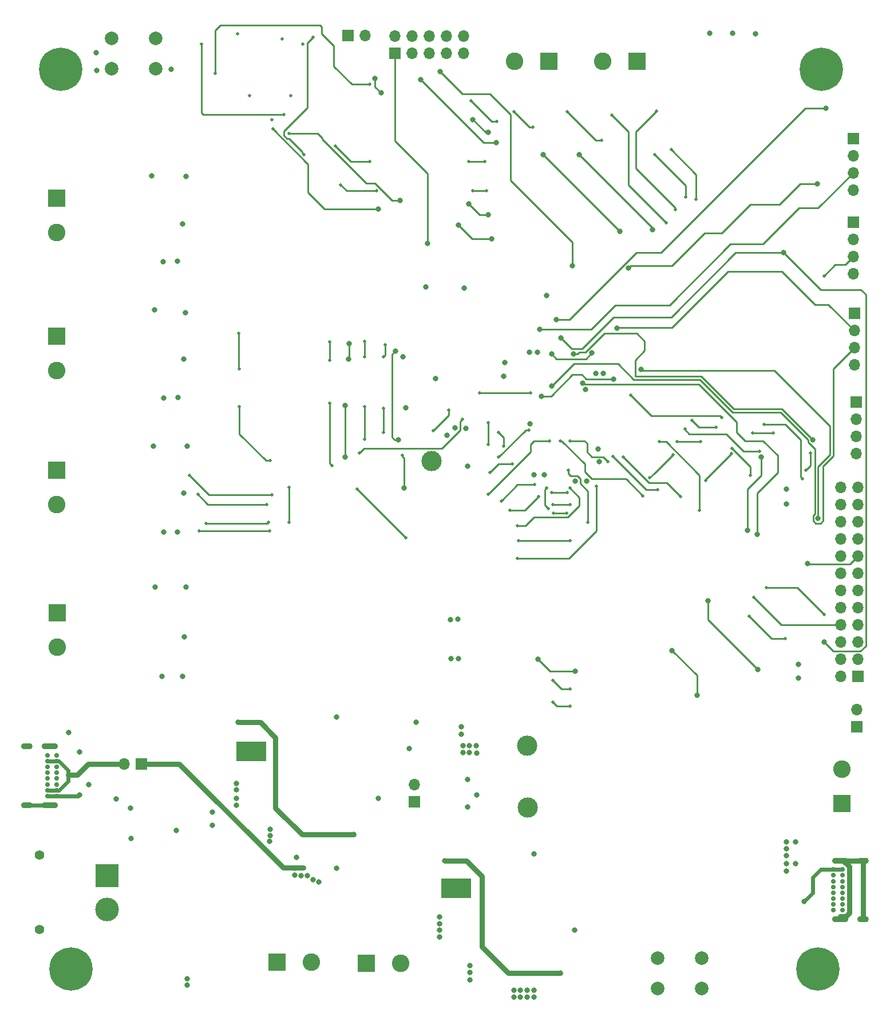
<source format=gbl>
%TF.GenerationSoftware,KiCad,Pcbnew,(5.1.10)-1*%
%TF.CreationDate,2021-09-21T14:48:15-05:00*%
%TF.ProjectId,SkidSteer_PCB,536b6964-5374-4656-9572-5f5043422e6b,rev?*%
%TF.SameCoordinates,Original*%
%TF.FileFunction,Copper,L4,Bot*%
%TF.FilePolarity,Positive*%
%FSLAX46Y46*%
G04 Gerber Fmt 4.6, Leading zero omitted, Abs format (unit mm)*
G04 Created by KiCad (PCBNEW (5.1.10)-1) date 2021-09-21 14:48:15*
%MOMM*%
%LPD*%
G01*
G04 APERTURE LIST*
%TA.AperFunction,ComponentPad*%
%ADD10C,0.600000*%
%TD*%
%TA.AperFunction,SMDPad,CuDef*%
%ADD11R,4.500000X2.950000*%
%TD*%
%TA.AperFunction,ComponentPad*%
%ADD12R,1.700000X1.700000*%
%TD*%
%TA.AperFunction,ComponentPad*%
%ADD13O,1.700000X1.700000*%
%TD*%
%TA.AperFunction,ComponentPad*%
%ADD14C,3.000000*%
%TD*%
%TA.AperFunction,ComponentPad*%
%ADD15C,3.500000*%
%TD*%
%TA.AperFunction,ComponentPad*%
%ADD16R,3.500000X3.500000*%
%TD*%
%TA.AperFunction,ComponentPad*%
%ADD17C,1.400000*%
%TD*%
%TA.AperFunction,ComponentPad*%
%ADD18R,2.600000X2.600000*%
%TD*%
%TA.AperFunction,ComponentPad*%
%ADD19C,2.600000*%
%TD*%
%TA.AperFunction,ComponentPad*%
%ADD20C,6.400000*%
%TD*%
%TA.AperFunction,ComponentPad*%
%ADD21C,0.800000*%
%TD*%
%TA.AperFunction,ComponentPad*%
%ADD22O,1.700000X0.900000*%
%TD*%
%TA.AperFunction,ComponentPad*%
%ADD23O,2.400000X0.900000*%
%TD*%
%TA.AperFunction,ComponentPad*%
%ADD24C,0.700000*%
%TD*%
%TA.AperFunction,ComponentPad*%
%ADD25C,2.000000*%
%TD*%
%TA.AperFunction,ViaPad*%
%ADD26C,0.800000*%
%TD*%
%TA.AperFunction,ViaPad*%
%ADD27C,0.500000*%
%TD*%
%TA.AperFunction,Conductor*%
%ADD28C,0.600000*%
%TD*%
%TA.AperFunction,Conductor*%
%ADD29C,0.250000*%
%TD*%
%TA.AperFunction,Conductor*%
%ADD30C,0.800000*%
%TD*%
%TA.AperFunction,Conductor*%
%ADD31C,0.293370*%
%TD*%
G04 APERTURE END LIST*
D10*
%TO.P,U5,9*%
%TO.N,GND*%
X88696900Y-155107900D03*
X89796900Y-155107900D03*
X89796900Y-153907900D03*
X88696900Y-153907900D03*
X92296900Y-155107900D03*
X91096900Y-155107900D03*
X91096900Y-153907900D03*
X92296900Y-153907900D03*
D11*
X90496900Y-154507900D03*
%TD*%
D12*
%TO.P,J4,1*%
%TO.N,GND*%
X149905720Y-123210320D03*
D13*
%TO.P,J4,2*%
%TO.N,I2C2_SDA*%
X147365720Y-123210320D03*
%TO.P,J4,3*%
%TO.N,I2C2_SCL*%
X149905720Y-120670320D03*
%TO.P,J4,4*%
%TO.N,GND*%
X147365720Y-120670320D03*
%TO.P,J4,5*%
X149905720Y-118130320D03*
%TO.P,J4,6*%
X147365720Y-118130320D03*
%TO.P,J4,7*%
%TO.N,Net-(J4-Pad7)*%
X149905720Y-115590320D03*
%TO.P,J4,8*%
%TO.N,PB14*%
X147365720Y-115590320D03*
%TO.P,J4,9*%
%TO.N,USART3_CLK*%
X149905720Y-113050320D03*
%TO.P,J4,10*%
%TO.N,PB5*%
X147365720Y-113050320D03*
%TO.P,J4,11*%
%TO.N,GND*%
X149905720Y-110510320D03*
%TO.P,J4,12*%
X147365720Y-110510320D03*
%TO.P,J4,13*%
%TO.N,+5V*%
X149905720Y-107970320D03*
%TO.P,J4,14*%
%TO.N,+3V3*%
X147365720Y-107970320D03*
%TO.P,J4,15*%
%TO.N,PC13*%
X149905720Y-105430320D03*
%TO.P,J4,16*%
%TO.N,SPI2_MISO*%
X147365720Y-105430320D03*
%TO.P,J4,17*%
%TO.N,SPI2_MOSI*%
X149905720Y-102890320D03*
%TO.P,J4,18*%
%TO.N,SPI2_SCK*%
X147365720Y-102890320D03*
%TO.P,J4,19*%
%TO.N,+5V*%
X149905720Y-100350320D03*
%TO.P,J4,20*%
X147365720Y-100350320D03*
%TO.P,J4,21*%
%TO.N,+3V3*%
X149905720Y-97810320D03*
%TO.P,J4,22*%
%TO.N,CAN1_TX*%
X147365720Y-97810320D03*
%TO.P,J4,23*%
%TO.N,CAN1_RX*%
X149905720Y-95270320D03*
%TO.P,J4,24*%
%TO.N,+3V3*%
X147365720Y-95270320D03*
%TD*%
D12*
%TO.P,J16,1*%
%TO.N,+5V*%
X149651720Y-82633820D03*
D13*
%TO.P,J16,2*%
%TO.N,encoderAMotorBL*%
X149651720Y-85173820D03*
%TO.P,J16,3*%
%TO.N,encoderBMotorBL*%
X149651720Y-87713820D03*
%TO.P,J16,4*%
%TO.N,GND*%
X149651720Y-90253820D03*
%TD*%
%TO.P,J15,4*%
%TO.N,GND*%
X149397720Y-77172820D03*
%TO.P,J15,3*%
%TO.N,encoderBMotorBR*%
X149397720Y-74632820D03*
%TO.P,J15,2*%
%TO.N,encoderAMotorBR*%
X149397720Y-72092820D03*
D12*
%TO.P,J15,1*%
%TO.N,+5V*%
X149397720Y-69552820D03*
%TD*%
D13*
%TO.P,J14,4*%
%TO.N,GND*%
X149270720Y-63710820D03*
%TO.P,J14,3*%
%TO.N,encoderBMotorFL*%
X149270720Y-61170820D03*
%TO.P,J14,2*%
%TO.N,encoderAMotorFL*%
X149270720Y-58630820D03*
D12*
%TO.P,J14,1*%
%TO.N,+5V*%
X149270720Y-56090820D03*
%TD*%
D14*
%TO.P,TP5,1*%
%TO.N,VDDA*%
X86844000Y-91382000D03*
%TD*%
D12*
%TO.P,J12,1*%
%TO.N,VBAT*%
X81400000Y-31100000D03*
D13*
%TO.P,J12,2*%
%TO.N,TMS*%
X81400000Y-28560000D03*
%TO.P,J12,3*%
%TO.N,GND*%
X83940000Y-31100000D03*
%TO.P,J12,4*%
%TO.N,TCK*%
X83940000Y-28560000D03*
%TO.P,J12,5*%
%TO.N,GND*%
X86480000Y-31100000D03*
%TO.P,J12,6*%
%TO.N,SWO*%
X86480000Y-28560000D03*
%TO.P,J12,7*%
%TO.N,Net-(J12-Pad7)*%
X89020000Y-31100000D03*
%TO.P,J12,8*%
%TO.N,Net-(J12-Pad8)*%
X89020000Y-28560000D03*
%TO.P,J12,9*%
%TO.N,GND*%
X91560000Y-31100000D03*
%TO.P,J12,10*%
%TO.N,NRST*%
X91560000Y-28560000D03*
%TD*%
D14*
%TO.P,TP4,1*%
%TO.N,+3V3*%
X101000000Y-133500000D03*
%TD*%
%TO.P,TP2,1*%
%TO.N,+5V*%
X101100000Y-142600000D03*
%TD*%
D15*
%TO.P,J1,2*%
%TO.N,+BATT*%
X38862000Y-157654000D03*
D16*
%TO.P,J1,1*%
%TO.N,GND*%
X38862000Y-152654000D03*
D17*
%TO.P,J1,*%
%TO.N,*%
X28862000Y-160654000D03*
X28862000Y-149654000D03*
%TD*%
D13*
%TO.P,J3,2*%
%TO.N,STLK_RX*%
X77040000Y-28500000D03*
D12*
%TO.P,J3,1*%
%TO.N,STLK_TX*%
X74500000Y-28500000D03*
%TD*%
D13*
%TO.P,J21,2*%
%TO.N,SCB_RX*%
X149743160Y-128127760D03*
D12*
%TO.P,J21,1*%
%TO.N,SCB_TX*%
X149743160Y-130667760D03*
%TD*%
D18*
%TO.P,J5,1*%
%TO.N,MotorFR+*%
X31400000Y-52500000D03*
D19*
%TO.P,J5,2*%
%TO.N,MotorFR-*%
X31400000Y-57580000D03*
%TD*%
%TO.P,J6,2*%
%TO.N,MotorFL-*%
X31400000Y-77980000D03*
D18*
%TO.P,J6,1*%
%TO.N,MotorFL+*%
X31400000Y-72900000D03*
%TD*%
%TO.P,J7,1*%
%TO.N,MotorBR+*%
X31400000Y-92766280D03*
D19*
%TO.P,J7,2*%
%TO.N,MotorBR-*%
X31400000Y-97846280D03*
%TD*%
%TO.P,J8,2*%
%TO.N,MotorBL-*%
X31500000Y-118935480D03*
D18*
%TO.P,J8,1*%
%TO.N,MotorBL+*%
X31500000Y-113855480D03*
%TD*%
D19*
%TO.P,J9,2*%
%TO.N,pwmMotorFR*%
X99120000Y-32300000D03*
D18*
%TO.P,J9,1*%
%TO.N,pwmMotorFL*%
X104200000Y-32300000D03*
%TD*%
D19*
%TO.P,J10,2*%
%TO.N,pwmMotorBR*%
X112120000Y-32300000D03*
D18*
%TO.P,J10,1*%
%TO.N,pwmMotorBL*%
X117200000Y-32300000D03*
%TD*%
D12*
%TO.P,J13,1*%
%TO.N,+5V*%
X149207220Y-43708320D03*
D13*
%TO.P,J13,2*%
%TO.N,encoderAMotorFR*%
X149207220Y-46248320D03*
%TO.P,J13,3*%
%TO.N,encoderBMotorFR*%
X149207220Y-48788320D03*
%TO.P,J13,4*%
%TO.N,GND*%
X149207220Y-51328320D03*
%TD*%
D18*
%TO.P,J17,1*%
%TO.N,VCC*%
X63957200Y-165500000D03*
D19*
%TO.P,J17,2*%
%TO.N,GND*%
X69037200Y-165500000D03*
%TD*%
%TO.P,J18,2*%
%TO.N,GND*%
X82296000Y-165608000D03*
D18*
%TO.P,J18,1*%
%TO.N,VCC*%
X77216000Y-165608000D03*
%TD*%
D20*
%TO.P,H1,1*%
%TO.N,GND*%
X33500000Y-166500000D03*
D21*
X35900000Y-166500000D03*
X35197056Y-168197056D03*
X33500000Y-168900000D03*
X31802944Y-168197056D03*
X31100000Y-166500000D03*
X31802944Y-164802944D03*
X33500000Y-164100000D03*
X35197056Y-164802944D03*
%TD*%
D20*
%TO.P,H2,1*%
%TO.N,GND*%
X144000000Y-166500000D03*
D21*
X146400000Y-166500000D03*
X145697056Y-168197056D03*
X144000000Y-168900000D03*
X142302944Y-168197056D03*
X141600000Y-166500000D03*
X142302944Y-164802944D03*
X144000000Y-164100000D03*
X145697056Y-164802944D03*
%TD*%
D20*
%TO.P,H3,1*%
%TO.N,GND*%
X144500000Y-33500000D03*
D21*
X146900000Y-33500000D03*
X146197056Y-35197056D03*
X144500000Y-35900000D03*
X142802944Y-35197056D03*
X142100000Y-33500000D03*
X142802944Y-31802944D03*
X144500000Y-31100000D03*
X146197056Y-31802944D03*
%TD*%
%TO.P,H4,1*%
%TO.N,GND*%
X33697056Y-31802944D03*
X32000000Y-31100000D03*
X30302944Y-31802944D03*
X29600000Y-33500000D03*
X30302944Y-35197056D03*
X32000000Y-35900000D03*
X33697056Y-35197056D03*
X34400000Y-33500000D03*
D20*
X32000000Y-33500000D03*
%TD*%
D22*
%TO.P,J19,S1*%
%TO.N,Net-(J19-PadS1)*%
X150664000Y-150434000D03*
X150664000Y-159084000D03*
D23*
X147284000Y-150434000D03*
X147284000Y-159084000D03*
D24*
%TO.P,J19,B6*%
%TO.N,Net-(J19-PadB6)*%
X147654000Y-154334000D03*
%TO.P,J19,B1*%
%TO.N,GND*%
X147654000Y-151784000D03*
%TO.P,J19,B4*%
%TO.N,VDD_SBC*%
X147654000Y-152634000D03*
%TO.P,J19,B5*%
%TO.N,Net-(J19-PadB5)*%
X147654000Y-153484000D03*
%TO.P,J19,B12*%
%TO.N,GND*%
X147654000Y-157734000D03*
%TO.P,J19,B8*%
%TO.N,Net-(J19-PadB8)*%
X147654000Y-156034000D03*
%TO.P,J19,B7*%
%TO.N,Net-(J19-PadB7)*%
X147654000Y-155184000D03*
%TO.P,J19,B9*%
%TO.N,VDD_SBC*%
X147654000Y-156884000D03*
%TO.P,J19,A12*%
%TO.N,GND*%
X146304000Y-151784000D03*
%TO.P,J19,A9*%
%TO.N,VDD_SBC*%
X146304000Y-152634000D03*
%TO.P,J19,A8*%
%TO.N,Net-(J19-PadA8)*%
X146304000Y-153484000D03*
%TO.P,J19,A7*%
%TO.N,Net-(J19-PadA7)*%
X146304000Y-154334000D03*
%TO.P,J19,A6*%
%TO.N,Net-(J19-PadA6)*%
X146304000Y-155184000D03*
%TO.P,J19,A5*%
%TO.N,Net-(J19-PadA5)*%
X146304000Y-156034000D03*
%TO.P,J19,A4*%
%TO.N,VDD_SBC*%
X146304000Y-156884000D03*
%TO.P,J19,A1*%
%TO.N,GND*%
X146304000Y-157734000D03*
%TD*%
%TO.P,J20,A1*%
%TO.N,GND*%
X31343600Y-134924800D03*
%TO.P,J20,A4*%
%TO.N,Net-(J20-PadA4)*%
X31343600Y-135774800D03*
%TO.P,J20,A5*%
%TO.N,Net-(J20-PadA5)*%
X31343600Y-136624800D03*
%TO.P,J20,A6*%
%TO.N,Net-(J20-PadA6)*%
X31343600Y-137474800D03*
%TO.P,J20,A7*%
%TO.N,Net-(J20-PadA7)*%
X31343600Y-138324800D03*
%TO.P,J20,A8*%
%TO.N,Net-(J20-PadA8)*%
X31343600Y-139174800D03*
%TO.P,J20,A9*%
%TO.N,Net-(J20-PadA4)*%
X31343600Y-140024800D03*
%TO.P,J20,A12*%
%TO.N,GND*%
X31343600Y-140874800D03*
%TO.P,J20,B9*%
%TO.N,Net-(J20-PadA4)*%
X29993600Y-135774800D03*
%TO.P,J20,B7*%
%TO.N,Net-(J20-PadB7)*%
X29993600Y-137474800D03*
%TO.P,J20,B8*%
%TO.N,Net-(J20-PadB8)*%
X29993600Y-136624800D03*
%TO.P,J20,B12*%
%TO.N,GND*%
X29993600Y-134924800D03*
%TO.P,J20,B5*%
%TO.N,Net-(J20-PadB5)*%
X29993600Y-139174800D03*
%TO.P,J20,B4*%
%TO.N,Net-(J20-PadA4)*%
X29993600Y-140024800D03*
%TO.P,J20,B1*%
%TO.N,GND*%
X29993600Y-140874800D03*
%TO.P,J20,B6*%
%TO.N,Net-(J20-PadB6)*%
X29993600Y-138324800D03*
D23*
%TO.P,J20,S1*%
%TO.N,Net-(J20-PadS1)*%
X30363600Y-133574800D03*
X30363600Y-142224800D03*
D22*
X26983600Y-133574800D03*
X26983600Y-142224800D03*
%TD*%
D12*
%TO.P,JP1,1*%
%TO.N,+5V*%
X84328000Y-141732000D03*
D13*
%TO.P,JP1,2*%
%TO.N,Net-(C16-Pad1)*%
X84328000Y-139192000D03*
%TD*%
%TO.P,JP2,2*%
%TO.N,Net-(J20-PadA4)*%
X41402000Y-136144000D03*
D12*
%TO.P,JP2,1*%
%TO.N,+5V*%
X43942000Y-136144000D03*
%TD*%
D11*
%TO.P,U2,9*%
%TO.N,GND*%
X60205100Y-134344200D03*
D10*
X62005100Y-133744200D03*
X60805100Y-133744200D03*
X60805100Y-134944200D03*
X62005100Y-134944200D03*
X58405100Y-133744200D03*
X59505100Y-133744200D03*
X59505100Y-134944200D03*
X58405100Y-134944200D03*
%TD*%
D25*
%TO.P,SW1,2*%
%TO.N,NRST*%
X126771400Y-164892600D03*
%TO.P,SW1,1*%
%TO.N,GND*%
X126771400Y-169392600D03*
%TO.P,SW1,2*%
%TO.N,NRST*%
X120271400Y-164892600D03*
%TO.P,SW1,1*%
%TO.N,GND*%
X120271400Y-169392600D03*
%TD*%
%TO.P,SW2,1*%
%TO.N,PC13*%
X46000000Y-28900000D03*
%TO.P,SW2,2*%
%TO.N,GND*%
X46000000Y-33400000D03*
%TO.P,SW2,1*%
%TO.N,PC13*%
X39500000Y-28900000D03*
%TO.P,SW2,2*%
%TO.N,GND*%
X39500000Y-33400000D03*
%TD*%
D18*
%TO.P,J2,1*%
%TO.N,VDD_SBC*%
X147574000Y-141986000D03*
D19*
%TO.P,J2,2*%
%TO.N,GND*%
X147574000Y-136906000D03*
%TD*%
D26*
%TO.N,+3V3*%
X91500000Y-134500000D03*
X91500000Y-133500000D03*
X92456000Y-133477000D03*
X93472000Y-133477000D03*
X93497400Y-134543800D03*
X92456000Y-134493000D03*
X89712800Y-120548400D03*
X90855800Y-120548400D03*
X42300000Y-142700000D03*
X54400000Y-145200000D03*
X37200000Y-31000000D03*
X50538000Y-109982000D03*
X50030000Y-123190000D03*
X49268000Y-101854000D03*
X50665000Y-89154000D03*
X141150000Y-121450000D03*
X141150000Y-123450000D03*
X139300000Y-95550000D03*
X139300000Y-97750000D03*
X49350000Y-81950000D03*
X50450000Y-69450000D03*
X49227000Y-61854000D03*
X50477000Y-49304000D03*
D27*
X63246000Y-40894000D03*
D26*
%TO.N,GND*%
X50157000Y-96139000D03*
X101974000Y-93400000D03*
X92500000Y-168099400D03*
X92500000Y-167000000D03*
X92500000Y-166000000D03*
X50673000Y-167944800D03*
X50723800Y-168859200D03*
X102000000Y-149500000D03*
X108000000Y-160750000D03*
X88000000Y-158750000D03*
X88000000Y-159750000D03*
X88000000Y-160750000D03*
X57962800Y-139039600D03*
X58000000Y-139979400D03*
X58000000Y-141250000D03*
X58000000Y-142250000D03*
X88000000Y-161750000D03*
X72794800Y-151607800D03*
X66852800Y-149983800D03*
X79000000Y-141250000D03*
X92202000Y-142494000D03*
X93500000Y-140700000D03*
X92202000Y-138430000D03*
X91200000Y-130700000D03*
X91211400Y-131800000D03*
X84536000Y-129948000D03*
X83566000Y-133858000D03*
X72800000Y-129200000D03*
X62966600Y-145821400D03*
X62941200Y-146710400D03*
X62915800Y-147599400D03*
X91924000Y-86556000D03*
X90349200Y-86479800D03*
X89104600Y-87546600D03*
X87470600Y-79176000D03*
X82593800Y-75975600D03*
X83025600Y-83519400D03*
X97663000Y-76835000D03*
X102532800Y-75289800D03*
X109797200Y-94339800D03*
X103886000Y-66929000D03*
X141986000Y-156464000D03*
X111626000Y-91495000D03*
X36100000Y-139200000D03*
X34800000Y-134400000D03*
X33200000Y-131500000D03*
X34800000Y-140700000D03*
X40200000Y-141300000D03*
X42400000Y-147200000D03*
X54400000Y-143300000D03*
X49100000Y-146000000D03*
X85950000Y-65600000D03*
X91650000Y-65800000D03*
X48300000Y-33500000D03*
X37300000Y-33600000D03*
X45966000Y-109982000D03*
X128000000Y-28100000D03*
X131400000Y-28100000D03*
X134800000Y-28200000D03*
X46982000Y-123190000D03*
X50284000Y-117348000D03*
X47236000Y-101854000D03*
X45712000Y-89154000D03*
X112250000Y-78400000D03*
X47250000Y-82050000D03*
X50150000Y-76350000D03*
X45900000Y-69050000D03*
X47127000Y-61954000D03*
X49977000Y-56304000D03*
X45427000Y-49254000D03*
X101409500Y-85915500D03*
X109601000Y-80772000D03*
D27*
X67818000Y-29718000D03*
X64770000Y-28956000D03*
X66040000Y-37338000D03*
X59944000Y-37338000D03*
X58166000Y-28194000D03*
%TO.N,currentMotorFR*%
X52254990Y-96323990D03*
X62484000Y-97790000D03*
X97155000Y-97282000D03*
X102108000Y-94869000D03*
%TO.N,NRST*%
X87122000Y-86868000D03*
X89408000Y-83820000D03*
X80010000Y-74168000D03*
X79756000Y-75946000D03*
X79756000Y-83566000D03*
X79756000Y-87185500D03*
D26*
%TO.N,+5V*%
X70171400Y-153596800D03*
X69300000Y-153300000D03*
X68500000Y-152700000D03*
X66600000Y-151600000D03*
X67500000Y-152700000D03*
X66600000Y-152600000D03*
D27*
%TO.N,currentMotorFL*%
X53467000Y-100584000D03*
X62738000Y-100457000D03*
X98425000Y-98679000D03*
X102688697Y-96608685D03*
%TO.N,currentMotorBR*%
X50987000Y-93472000D03*
X63246000Y-96393000D03*
X95250000Y-96266000D03*
X104267000Y-88392000D03*
%TO.N,currentMotorBL*%
X52451000Y-101727000D03*
X62865000Y-101727000D03*
X99568000Y-100965000D03*
X107315000Y-95377000D03*
D26*
%TO.N,TCK*%
X85217000Y-34962000D03*
X96393000Y-44323000D03*
X103378000Y-46101000D03*
X114681000Y-57404000D03*
%TO.N,TMS*%
X78486000Y-34798000D03*
X79375000Y-36957000D03*
X92964000Y-40894000D03*
X95250000Y-42799000D03*
X108712000Y-46101000D03*
X119507000Y-57150000D03*
%TO.N,SWO*%
X88138000Y-33782000D03*
X107696000Y-62484000D03*
D27*
%TO.N,STLK_RX*%
X76962000Y-73660000D03*
X76962000Y-75946000D03*
X76962000Y-83312000D03*
X76962000Y-88138000D03*
D26*
%TO.N,STLK_TX*%
X74549000Y-76327000D03*
X74041000Y-90805000D03*
X74676000Y-74041000D03*
X74041000Y-83185000D03*
D27*
X98806000Y-91821000D03*
X95504000Y-93091000D03*
D26*
%TO.N,SCB_RX*%
X126111000Y-125984000D03*
X122428000Y-119380000D03*
X135001000Y-102235000D03*
X109207080Y-79852853D03*
D27*
%TO.N,pwmMotorFL*%
X106934000Y-39751000D03*
X112014000Y-43942000D03*
X119888000Y-46101000D03*
X124460000Y-52324000D03*
%TO.N,pwmMotorFR*%
X99060000Y-39751000D03*
X101854000Y-42037000D03*
X122301000Y-45339000D03*
X125984000Y-52705000D03*
%TO.N,pwmMotorBR*%
X113538000Y-40259000D03*
X121539000Y-56134000D03*
%TO.N,pwmMotorBL*%
X120142000Y-39624000D03*
X122936000Y-54229000D03*
D26*
%TO.N,SDIO_D3*%
X82169000Y-52832000D03*
X92329000Y-53340000D03*
X95250000Y-54991000D03*
D27*
X65786000Y-42926000D03*
D26*
%TO.N,SDIO_CMD*%
X78994000Y-54102000D03*
X90805000Y-56515000D03*
X95758000Y-58547000D03*
D27*
X63373000Y-42291000D03*
%TO.N,SDIO_CK*%
X58293000Y-72517000D03*
X58420000Y-77724000D03*
X58420000Y-83312000D03*
X62992000Y-91313000D03*
X65786000Y-95250000D03*
X65786000Y-100457000D03*
X99568000Y-105791000D03*
X111252000Y-95123000D03*
X112903000Y-91440000D03*
X107315000Y-88392000D03*
X67985921Y-46060079D03*
X69342000Y-28702000D03*
%TO.N,SDIO_D0*%
X72644000Y-44831000D03*
X77724000Y-47117000D03*
X92329000Y-47117000D03*
X94742000Y-47117000D03*
%TO.N,SDIO_D1*%
X78740000Y-51435000D03*
X92964000Y-51435000D03*
X94996000Y-51435000D03*
X73406000Y-50546000D03*
%TO.N,SDIO_D2*%
X71755000Y-73787000D03*
X71755000Y-76454000D03*
X71755000Y-82804000D03*
X72136000Y-92075000D03*
X75819000Y-95504000D03*
X83058000Y-102743000D03*
X99695000Y-103124000D03*
X107315000Y-103124000D03*
X109982000Y-100457000D03*
X107061000Y-92710000D03*
X65024000Y-40132000D03*
X52832000Y-29718000D03*
%TO.N,SD_Detect*%
X77724000Y-35687000D03*
X92710000Y-38100000D03*
X96520000Y-41148000D03*
X54864000Y-34036000D03*
D26*
%TO.N,encoderAMotorFR*%
X143891000Y-50419000D03*
X115951000Y-62865000D03*
%TO.N,encoderBMotorFR*%
X102870000Y-71882000D03*
D27*
%TO.N,encoderAMotorFL*%
X135382000Y-89916000D03*
X124333000Y-86674000D03*
D26*
%TO.N,encoderBMotorBR*%
X104648000Y-80264000D03*
%TO.N,encoderAMotorBR*%
X114300000Y-71755000D03*
X110573487Y-75394487D03*
X104605800Y-75585254D03*
D27*
%TO.N,encoderAMotorBL*%
X142875000Y-90170000D03*
X142240000Y-92710000D03*
X107315000Y-97790000D03*
X104775000Y-97790000D03*
X101207407Y-86791032D03*
X96774000Y-90805000D03*
%TO.N,encoderBMotorBL*%
X106934000Y-96012000D03*
X104648000Y-96012000D03*
X97536000Y-89154000D03*
X96774000Y-87122000D03*
%TO.N,Net-(R19-Pad2)*%
X122555000Y-90424000D03*
X119126000Y-93853000D03*
X106807000Y-99060000D03*
X104902000Y-99060000D03*
X104140000Y-98386685D03*
X103886000Y-95377000D03*
%TO.N,Net-(R21-Pad2)*%
X131191000Y-90297000D03*
X127381000Y-94234000D03*
X118110000Y-96520000D03*
X105884717Y-88409445D03*
D26*
%TO.N,VDD_SBC*%
X139319000Y-147701000D03*
X139319000Y-150876000D03*
X99000000Y-169600000D03*
X100000000Y-169600000D03*
X101000000Y-169600000D03*
X102000000Y-169600000D03*
X99000000Y-170600000D03*
X100000000Y-170600000D03*
X101000000Y-170600000D03*
X102000000Y-170600000D03*
X139319000Y-148717000D03*
X139319000Y-149733000D03*
X140716000Y-150876000D03*
X140716000Y-147701000D03*
X139319000Y-152019000D03*
D27*
%TO.N,PC13*%
X93980000Y-81343500D03*
X101473000Y-81343500D03*
D26*
X142494000Y-106553000D03*
X108077000Y-122428000D03*
X102616000Y-120650000D03*
X82804000Y-95377000D03*
X81915000Y-88265000D03*
X81470500Y-75120500D03*
D27*
X82550000Y-90551000D03*
D26*
%TO.N,VBAT*%
X103498000Y-93400000D03*
X111499000Y-89590000D03*
X108095400Y-94339800D03*
X101339000Y-75289800D03*
X92178000Y-92118600D03*
X89636600Y-114833400D03*
X90754200Y-114782600D03*
X111150000Y-78400000D03*
X97536000Y-78867000D03*
X86233000Y-59182000D03*
%TO.N,I2C2_SDA*%
X135128000Y-122174000D03*
X127762000Y-112014000D03*
X133604000Y-101600000D03*
X135636000Y-90822855D03*
X143256000Y-88265000D03*
X107825305Y-75522721D03*
D27*
%TO.N,I2C2_SCL*%
X139192000Y-117602000D03*
X133858000Y-114300000D03*
X120269000Y-95631000D03*
X113665000Y-90678000D03*
%TO.N,PB14*%
X134493000Y-111506000D03*
X126492000Y-98679000D03*
X120523000Y-88519000D03*
%TO.N,USART3_CLK*%
X144907000Y-114046000D03*
X136398000Y-110109000D03*
X123698000Y-96647000D03*
X115189000Y-90805000D03*
D26*
%TO.N,PB5*%
X145161000Y-39243000D03*
X105283000Y-70485000D03*
D27*
%TO.N,SPI2_MISO*%
X107315000Y-127635000D03*
X104775000Y-127000000D03*
X76200000Y-90170000D03*
X91440000Y-85157000D03*
%TO.N,SPI2_MOSI*%
X107315000Y-125095000D03*
X104775000Y-123825000D03*
X95250000Y-88900000D03*
X95250358Y-85728042D03*
%TO.N,SPI2_SCK*%
X133985000Y-93472000D03*
X131318000Y-89535000D03*
X126619000Y-88519000D03*
X123190000Y-88519000D03*
D26*
%TO.N,CAN1_TX*%
X144018000Y-99822000D03*
X117856000Y-77851000D03*
X113742621Y-79278629D03*
X103124000Y-81788000D03*
D27*
%TO.N,CAN1_RX*%
X141732000Y-93980000D03*
X136017000Y-85979000D03*
X129794000Y-84963000D03*
X116332000Y-81661000D03*
%TO.N,encoderBMotorFL*%
X144907000Y-64008000D03*
X137414000Y-87249000D03*
X134366000Y-87249000D03*
X128905000Y-86360000D03*
X125349000Y-85344000D03*
D26*
%TO.N,Net-(R16-Pad2)*%
X75354300Y-146604300D03*
X58250000Y-130000000D03*
%TO.N,Net-(R17-Pad2)*%
X88750000Y-150500000D03*
X105854300Y-167104300D03*
%TO.N,PB4*%
X138938000Y-60579000D03*
X105974376Y-73182650D03*
X144907000Y-118110000D03*
%TD*%
D28*
%TO.N,GND*%
X29993600Y-140874800D02*
X31343600Y-140874800D01*
X34625200Y-140874800D02*
X34800000Y-140700000D01*
X31343600Y-140874800D02*
X34625200Y-140874800D01*
X146304000Y-151784000D02*
X147654000Y-151784000D01*
X147654000Y-151784000D02*
X144380000Y-151784000D01*
X144380000Y-151784000D02*
X143256000Y-152908000D01*
X143256000Y-155194000D02*
X141986000Y-156464000D01*
X143256000Y-152908000D02*
X143256000Y-155194000D01*
D29*
%TO.N,currentMotorFR*%
X52254990Y-96323990D02*
X53467000Y-97536000D01*
X53721000Y-97790000D02*
X62484000Y-97790000D01*
X53467000Y-97536000D02*
X53721000Y-97790000D01*
X99568000Y-94869000D02*
X102108000Y-94869000D01*
X97155000Y-97282000D02*
X99568000Y-94869000D01*
%TO.N,NRST*%
X89408000Y-84582000D02*
X89408000Y-83820000D01*
X87122000Y-86868000D02*
X89408000Y-84582000D01*
X80010000Y-75692000D02*
X79756000Y-75946000D01*
X80010000Y-74168000D02*
X80010000Y-75692000D01*
X79756000Y-83566000D02*
X79756000Y-86487000D01*
X79756000Y-86487000D02*
X79756000Y-87185500D01*
D30*
%TO.N,+5V*%
X43942000Y-136144000D02*
X49530000Y-136144000D01*
X49530000Y-136144000D02*
X64886001Y-151500001D01*
X64886001Y-151500001D02*
X67890799Y-151500001D01*
D29*
%TO.N,currentMotorFL*%
X62611000Y-100584000D02*
X62738000Y-100457000D01*
X53467000Y-100584000D02*
X62611000Y-100584000D01*
X100618382Y-98679000D02*
X100918691Y-98378691D01*
X98425000Y-98679000D02*
X100618382Y-98679000D01*
X100918691Y-98378691D02*
X102688697Y-96608685D01*
X100838000Y-98459382D02*
X100918691Y-98378691D01*
%TO.N,currentMotorBR*%
X53908000Y-96393000D02*
X63246000Y-96393000D01*
X50987000Y-93472000D02*
X53908000Y-96393000D01*
X101473000Y-88900000D02*
X101981000Y-88392000D01*
X101473000Y-90043000D02*
X101473000Y-88900000D01*
X95250000Y-96266000D02*
X101473000Y-90043000D01*
X101981000Y-88392000D02*
X104267000Y-88392000D01*
%TO.N,currentMotorBL*%
X52451000Y-101727000D02*
X62865000Y-101727000D01*
X99568000Y-100965000D02*
X100711000Y-100965000D01*
X100711000Y-100965000D02*
X101981000Y-99695000D01*
X107023002Y-99695000D02*
X108712000Y-98006002D01*
X101981000Y-99695000D02*
X107023002Y-99695000D01*
X108712000Y-98006002D02*
X108712000Y-96774000D01*
X108712000Y-96774000D02*
X107315000Y-95377000D01*
X107315000Y-95377000D02*
X107315000Y-95377000D01*
D31*
%TO.N,TCK*%
X94578000Y-44323000D02*
X96393000Y-44323000D01*
X85217000Y-34962000D02*
X94578000Y-44323000D01*
X103378000Y-46101000D02*
X114681000Y-57404000D01*
%TO.N,TMS*%
X78486000Y-36068000D02*
X79375000Y-36957000D01*
X78486000Y-34798000D02*
X78486000Y-36068000D01*
X94869000Y-42799000D02*
X95250000Y-42799000D01*
X92964000Y-40894000D02*
X94869000Y-42799000D01*
X119507000Y-56896000D02*
X119507000Y-57150000D01*
X108712000Y-46101000D02*
X119507000Y-56896000D01*
%TO.N,SWO*%
X88138000Y-33782000D02*
X91440000Y-37084000D01*
X95509904Y-37084000D02*
X98552000Y-40126096D01*
X91440000Y-37084000D02*
X95509904Y-37084000D01*
X98552000Y-40126096D02*
X98552000Y-49911000D01*
X98552000Y-49911000D02*
X107696000Y-59055000D01*
X107696000Y-59055000D02*
X107696000Y-62484000D01*
%TO.N,STLK_RX*%
X76962000Y-73660000D02*
X76962000Y-75946000D01*
X76962000Y-83312000D02*
X76962000Y-88138000D01*
D29*
%TO.N,STLK_TX*%
X74676000Y-76200000D02*
X74549000Y-76327000D01*
X74676000Y-74041000D02*
X74676000Y-76200000D01*
X74041000Y-83185000D02*
X74041000Y-90805000D01*
X95504000Y-93091000D02*
X96774000Y-91821000D01*
X96774000Y-91821000D02*
X98806000Y-91821000D01*
D31*
%TO.N,SCB_RX*%
X126111000Y-123063000D02*
X122428000Y-119380000D01*
X126111000Y-125984000D02*
X126111000Y-123063000D01*
X135001000Y-102235000D02*
X135001000Y-97917000D01*
X135001000Y-97917000D02*
X135001000Y-96139000D01*
X135001000Y-96139000D02*
X138049000Y-93091000D01*
X138049000Y-93091000D02*
X138049000Y-90551000D01*
X138049000Y-90551000D02*
X135890000Y-88392000D01*
X135890000Y-88392000D02*
X133223000Y-88392000D01*
X133223000Y-88392000D02*
X131953000Y-87122000D01*
X131953000Y-87122000D02*
X131953000Y-86238904D01*
X131953000Y-86238904D02*
X131953000Y-85598000D01*
X109379541Y-80025314D02*
X109207080Y-79852853D01*
X126380314Y-80025314D02*
X109379541Y-80025314D01*
X131953000Y-85598000D02*
X126380314Y-80025314D01*
%TO.N,pwmMotorFL*%
X111125000Y-43942000D02*
X112014000Y-43942000D01*
X106934000Y-39751000D02*
X111125000Y-43942000D01*
X119888000Y-46101000D02*
X123317000Y-49530000D01*
X124460000Y-50673000D02*
X124460000Y-52324000D01*
X123317000Y-49530000D02*
X124460000Y-50673000D01*
%TO.N,pwmMotorFR*%
X99060000Y-39751000D02*
X101346000Y-42037000D01*
X101346000Y-42037000D02*
X101854000Y-42037000D01*
X125984000Y-49022000D02*
X125984000Y-52705000D01*
X122301000Y-45339000D02*
X125984000Y-49022000D01*
%TO.N,pwmMotorBR*%
X113538000Y-40259000D02*
X115951000Y-42672000D01*
X115951000Y-42672000D02*
X115951000Y-50546000D01*
X115951000Y-50546000D02*
X121539000Y-56134000D01*
%TO.N,pwmMotorBL*%
X120142000Y-39624000D02*
X117094000Y-42672000D01*
X117094000Y-42672000D02*
X117094000Y-48133000D01*
X122936000Y-53975000D02*
X122936000Y-54229000D01*
X117094000Y-48133000D02*
X122936000Y-53975000D01*
%TO.N,SDIO_D3*%
X70700686Y-43770782D02*
X77221904Y-50292000D01*
X70700686Y-43655590D02*
X70700686Y-43770782D01*
X69971096Y-42926000D02*
X70700686Y-43655590D01*
X65786000Y-42926000D02*
X69971096Y-42926000D01*
X81020096Y-52832000D02*
X82169000Y-52832000D01*
X78480096Y-50292000D02*
X81020096Y-52832000D01*
X77221904Y-50292000D02*
X78480096Y-50292000D01*
X93980000Y-54991000D02*
X95250000Y-54991000D01*
X92329000Y-53340000D02*
X93980000Y-54991000D01*
%TO.N,SDIO_CMD*%
X63373000Y-42291000D02*
X68580000Y-47498000D01*
X68580000Y-47498000D02*
X68580000Y-51689000D01*
X68580000Y-51689000D02*
X70993000Y-54102000D01*
X70993000Y-54102000D02*
X78994000Y-54102000D01*
X92837000Y-58547000D02*
X95758000Y-58547000D01*
X90805000Y-56515000D02*
X92837000Y-58547000D01*
%TO.N,SDIO_CK*%
X58293000Y-77597000D02*
X58420000Y-77724000D01*
X58293000Y-72517000D02*
X58293000Y-77597000D01*
X58420000Y-83312000D02*
X58420000Y-87376000D01*
X62357000Y-91313000D02*
X62992000Y-91313000D01*
X58420000Y-87376000D02*
X62357000Y-91313000D01*
X65786000Y-95250000D02*
X65786000Y-100457000D01*
X99568000Y-105791000D02*
X107188000Y-105791000D01*
X111252000Y-101727000D02*
X111252000Y-95123000D01*
X107188000Y-105791000D02*
X111252000Y-101727000D01*
X112211314Y-90748314D02*
X110560314Y-90748314D01*
X112903000Y-91440000D02*
X112211314Y-90748314D01*
X110560314Y-90748314D02*
X109855000Y-90043000D01*
X109855000Y-90043000D02*
X109855000Y-88773000D01*
X109855000Y-88773000D02*
X109474000Y-88392000D01*
X109474000Y-88392000D02*
X107315000Y-88392000D01*
X67985921Y-46060079D02*
X67735922Y-45810080D01*
X67735922Y-45637922D02*
X65770686Y-43672686D01*
X67735922Y-45810080D02*
X67735922Y-45637922D01*
X65452430Y-43672686D02*
X65024000Y-43244256D01*
X65770686Y-43672686D02*
X65452430Y-43672686D01*
X65024000Y-42582904D02*
X68490904Y-39116000D01*
X65024000Y-43244256D02*
X65024000Y-42582904D01*
X68490904Y-39116000D02*
X68490904Y-30315096D01*
X68490904Y-29553096D02*
X69342000Y-28702000D01*
X68490904Y-30315096D02*
X68490904Y-29553096D01*
%TO.N,SDIO_D0*%
X74930000Y-47117000D02*
X77724000Y-47117000D01*
X72644000Y-44831000D02*
X74930000Y-47117000D01*
X92329000Y-47117000D02*
X94742000Y-47117000D01*
%TO.N,SDIO_D1*%
X92964000Y-51435000D02*
X94996000Y-51435000D01*
X73406000Y-50546000D02*
X74295000Y-51435000D01*
X74295000Y-51435000D02*
X78740000Y-51435000D01*
%TO.N,SDIO_D2*%
X71755000Y-73787000D02*
X71755000Y-76454000D01*
X71755000Y-91694000D02*
X72136000Y-92075000D01*
X71755000Y-82804000D02*
X71755000Y-91694000D01*
X75819000Y-95504000D02*
X83058000Y-102743000D01*
X99695000Y-103124000D02*
X107315000Y-103124000D01*
X108453810Y-93593114D02*
X107447886Y-93593114D01*
X108842086Y-93981390D02*
X108453810Y-93593114D01*
X108842086Y-94698210D02*
X108842086Y-93981390D01*
X109982000Y-95838124D02*
X108842086Y-94698210D01*
X109982000Y-100457000D02*
X109982000Y-95838124D01*
X107061000Y-93206228D02*
X107061000Y-92710000D01*
X107447886Y-93593114D02*
X107061000Y-93206228D01*
X65024000Y-40132000D02*
X53086000Y-40132000D01*
X52832000Y-39878000D02*
X52832000Y-29718000D01*
X53086000Y-40132000D02*
X52832000Y-39878000D01*
D29*
%TO.N,SD_Detect*%
X75311000Y-35687000D02*
X77724000Y-35687000D01*
X95758000Y-41148000D02*
X96520000Y-41148000D01*
X92710000Y-38100000D02*
X95758000Y-41148000D01*
D31*
X75311000Y-35687000D02*
X75057000Y-35687000D01*
X75057000Y-35687000D02*
X72390000Y-33020000D01*
X72390000Y-29972000D02*
X70612000Y-28194000D01*
X72390000Y-33020000D02*
X72390000Y-29972000D01*
X70612000Y-28194000D02*
X70612000Y-27310904D01*
X70612000Y-27310904D02*
X70612000Y-27178000D01*
X70612000Y-27178000D02*
X70358000Y-26924000D01*
X70358000Y-26924000D02*
X55626000Y-26924000D01*
X54864000Y-27686000D02*
X54864000Y-34036000D01*
X55626000Y-26924000D02*
X54864000Y-27686000D01*
%TO.N,encoderAMotorFR*%
X143891000Y-50419000D02*
X141351000Y-50419000D01*
X141351000Y-50419000D02*
X138303000Y-53467000D01*
X138303000Y-53467000D02*
X133985000Y-53467000D01*
X133985000Y-53467000D02*
X129794000Y-57658000D01*
X129794000Y-57658000D02*
X127254000Y-57658000D01*
X127254000Y-57658000D02*
X122428000Y-62484000D01*
X122428000Y-62484000D02*
X116332000Y-62484000D01*
X116332000Y-62484000D02*
X115951000Y-62865000D01*
%TO.N,encoderBMotorFR*%
X149207220Y-48788320D02*
X144020540Y-53975000D01*
X144020540Y-53975000D02*
X141224000Y-53975000D01*
X141224000Y-53975000D02*
X135890000Y-59309000D01*
X135890000Y-59309000D02*
X131064000Y-59309000D01*
X131064000Y-59309000D02*
X122047000Y-68326000D01*
X122047000Y-68326000D02*
X114046000Y-68326000D01*
X110490000Y-71882000D02*
X102870000Y-71882000D01*
X114046000Y-68326000D02*
X110490000Y-71882000D01*
%TO.N,encoderAMotorFL*%
X135382000Y-89916000D02*
X132969000Y-89916000D01*
X132969000Y-89916000D02*
X130429000Y-87376000D01*
X130429000Y-87376000D02*
X124968000Y-87376000D01*
X124333000Y-86741000D02*
X124333000Y-86674000D01*
X124968000Y-87376000D02*
X124333000Y-86741000D01*
%TO.N,encoderBMotorBR*%
X116762636Y-79360380D02*
X114427000Y-77024744D01*
X126541636Y-79360380D02*
X116762636Y-79360380D01*
X131367636Y-84186380D02*
X126541636Y-79360380D01*
X146289379Y-90628365D02*
X144764686Y-92153058D01*
X144764686Y-100180410D02*
X144376410Y-100568686D01*
X143524620Y-99210284D02*
X143524620Y-89638716D01*
X144764686Y-92153058D02*
X144764686Y-100180410D01*
X144376410Y-100568686D02*
X143659590Y-100568686D01*
X143659590Y-100568686D02*
X143271314Y-100180410D01*
X143271314Y-100180410D02*
X143271314Y-99463590D01*
X138479636Y-84186380D02*
X131367636Y-84186380D01*
X143271314Y-99463590D02*
X143524620Y-99210284D01*
X143524620Y-89638716D02*
X142509314Y-88623410D01*
X142509314Y-88623410D02*
X142509314Y-88216058D01*
X142509314Y-88216058D02*
X138479636Y-84186380D01*
X107887256Y-77024744D02*
X104648000Y-80264000D01*
X114427000Y-77024744D02*
X107887256Y-77024744D01*
X147307919Y-76722621D02*
X149397720Y-74632820D01*
X146291919Y-77738621D02*
X147307919Y-76722621D01*
X146289379Y-77738621D02*
X146291919Y-77738621D01*
X146289379Y-77738621D02*
X146289379Y-90628365D01*
%TO.N,encoderAMotorBR*%
X149397720Y-72092820D02*
X145542000Y-68237100D01*
X145542000Y-68237100D02*
X143548100Y-68237100D01*
X143548100Y-68237100D02*
X138684000Y-63373000D01*
X130683000Y-63373000D02*
X123825000Y-70231000D01*
X138684000Y-63373000D02*
X130683000Y-63373000D01*
X123825000Y-70231000D02*
X122428000Y-71628000D01*
X122428000Y-71628000D02*
X114681000Y-71628000D01*
X114427000Y-71628000D02*
X114300000Y-71755000D01*
X114681000Y-71628000D02*
X114427000Y-71628000D01*
X105289953Y-76269407D02*
X104605800Y-75585254D01*
X109698567Y-76269407D02*
X105289953Y-76269407D01*
X110573487Y-75394487D02*
X109698567Y-76269407D01*
%TO.N,encoderAMotorBL*%
X142875000Y-92075000D02*
X142240000Y-92710000D01*
X142875000Y-90170000D02*
X142875000Y-92075000D01*
X107315000Y-97790000D02*
X104775000Y-97790000D01*
X96768096Y-90805000D02*
X100782064Y-86791032D01*
X100782064Y-86791032D02*
X101207407Y-86791032D01*
%TO.N,encoderBMotorBL*%
X106934000Y-96012000D02*
X104648000Y-96012000D01*
X97536000Y-87884000D02*
X96774000Y-87122000D01*
X97536000Y-89154000D02*
X97536000Y-87884000D01*
D29*
%TO.N,Net-(R19-Pad2)*%
X122555000Y-90424000D02*
X119761000Y-93218000D01*
X119761000Y-93218000D02*
X119126000Y-93853000D01*
X106807000Y-99060000D02*
X104902000Y-99060000D01*
X104140000Y-98386685D02*
X103632000Y-97878685D01*
X103632000Y-95631000D02*
X103886000Y-95377000D01*
X103632000Y-97878685D02*
X103632000Y-95631000D01*
%TO.N,Net-(R21-Pad2)*%
X127381000Y-94107000D02*
X127381000Y-94234000D01*
X131191000Y-90297000D02*
X127381000Y-94107000D01*
X118110000Y-96520000D02*
X115697000Y-94107000D01*
X110510402Y-93980000D02*
X109494402Y-92964000D01*
X112522000Y-93980000D02*
X110510402Y-93980000D01*
X109494402Y-92964000D02*
X109494402Y-91841402D01*
X106062445Y-88409445D02*
X105884717Y-88409445D01*
X109494402Y-91841402D02*
X106062445Y-88409445D01*
D31*
X115570000Y-93980000D02*
X115697000Y-94107000D01*
X112522000Y-93980000D02*
X115570000Y-93980000D01*
D29*
%TO.N,PC13*%
X93980000Y-81343500D02*
X101473000Y-81343500D01*
D31*
X142568006Y-106627006D02*
X142494000Y-106553000D01*
X148709034Y-106627006D02*
X142568006Y-106627006D01*
X149905720Y-105430320D02*
X148709034Y-106627006D01*
X104394000Y-122428000D02*
X102616000Y-120650000D01*
X108077000Y-122428000D02*
X104394000Y-122428000D01*
D29*
X82804000Y-95377000D02*
X82804000Y-91694000D01*
X81026000Y-87880598D02*
X81026000Y-75565000D01*
X81410402Y-88265000D02*
X81026000Y-87880598D01*
X81915000Y-88265000D02*
X81410402Y-88265000D01*
X81026000Y-75565000D02*
X81470500Y-75120500D01*
X82804000Y-91694000D02*
X82804000Y-90932000D01*
X82550000Y-90678000D02*
X82550000Y-90551000D01*
X82804000Y-90932000D02*
X82550000Y-90678000D01*
D31*
%TO.N,VBAT*%
X81400000Y-31100000D02*
X81400000Y-44062000D01*
X81400000Y-44062000D02*
X86233000Y-48895000D01*
X86233000Y-48895000D02*
X86233000Y-59182000D01*
X86233000Y-59182000D02*
X86233000Y-59182000D01*
%TO.N,I2C2_SDA*%
X127762000Y-114808000D02*
X127762000Y-112014000D01*
X135128000Y-122174000D02*
X127762000Y-114808000D01*
X133604000Y-101600000D02*
X133604000Y-95504000D01*
X135636000Y-93472000D02*
X135636000Y-90822855D01*
X133604000Y-95504000D02*
X135636000Y-93472000D01*
X107825305Y-75522721D02*
X107865279Y-75522721D01*
X108390990Y-75522721D02*
X107825305Y-75522721D01*
X108644296Y-75269415D02*
X108390990Y-75522721D01*
X109642585Y-75269415D02*
X108644296Y-75269415D01*
X112395000Y-72517000D02*
X109642585Y-75269415D01*
X118364000Y-75057000D02*
X118364000Y-73660000D01*
X118364000Y-73660000D02*
X117221000Y-72517000D01*
X116967000Y-76454000D02*
X118364000Y-75057000D01*
X116967000Y-78867000D02*
X116967000Y-76454000D01*
X126746000Y-78867000D02*
X116967000Y-78867000D01*
X131572000Y-83693000D02*
X126746000Y-78867000D01*
X117221000Y-72517000D02*
X112395000Y-72517000D01*
X138684000Y-83693000D02*
X131572000Y-83693000D01*
X143256000Y-88265000D02*
X138684000Y-83693000D01*
%TO.N,I2C2_SCL*%
X137160000Y-117602000D02*
X133858000Y-114300000D01*
X139192000Y-117602000D02*
X137160000Y-117602000D01*
X118618000Y-95631000D02*
X113665000Y-90678000D01*
X120269000Y-95631000D02*
X118618000Y-95631000D01*
%TO.N,PB14*%
X138577320Y-115590320D02*
X134493000Y-111506000D01*
X147365720Y-115590320D02*
X138577320Y-115590320D01*
X126492000Y-93477904D02*
X121533096Y-88519000D01*
X126492000Y-98679000D02*
X126492000Y-93477904D01*
X121533096Y-88519000D02*
X120523000Y-88519000D01*
%TO.N,USART3_CLK*%
X140970000Y-110109000D02*
X136398000Y-110109000D01*
X144907000Y-114046000D02*
X140970000Y-110109000D01*
X123698000Y-96647000D02*
X121666000Y-94615000D01*
X115194904Y-90805000D02*
X115189000Y-90805000D01*
X119004904Y-94615000D02*
X115194904Y-90805000D01*
X121666000Y-94615000D02*
X119004904Y-94615000D01*
%TO.N,PB5*%
X145161000Y-39243000D02*
X142113000Y-39243000D01*
X142113000Y-39243000D02*
X120777000Y-60579000D01*
X107225904Y-70485000D02*
X105283000Y-70485000D01*
X117131904Y-60579000D02*
X107225904Y-70485000D01*
X120777000Y-60579000D02*
X117131904Y-60579000D01*
%TO.N,SPI2_MISO*%
X105410000Y-127635000D02*
X104775000Y-127000000D01*
X107315000Y-127635000D02*
X105410000Y-127635000D01*
X91095886Y-86838210D02*
X91095886Y-85501114D01*
X88398782Y-89535314D02*
X91095886Y-86838210D01*
X91095886Y-85501114D02*
X91440000Y-85157000D01*
X76834686Y-89535314D02*
X88398782Y-89535314D01*
X76200000Y-90170000D02*
X76834686Y-89535314D01*
%TO.N,SPI2_MOSI*%
X106045000Y-125095000D02*
X104775000Y-123825000D01*
X107315000Y-125095000D02*
X106045000Y-125095000D01*
X95250000Y-85728400D02*
X95250358Y-85728042D01*
X95250000Y-88900000D02*
X95250000Y-85728400D01*
%TO.N,SPI2_SCK*%
X133985000Y-93472000D02*
X133985000Y-92202000D01*
X133985000Y-92202000D02*
X131318000Y-89535000D01*
X126619000Y-88519000D02*
X123190000Y-88519000D01*
%TO.N,CAN1_TX*%
X144018000Y-99822000D02*
X144018000Y-92202000D01*
X144018000Y-92202000D02*
X145796000Y-90424000D01*
X145796000Y-90424000D02*
X145796000Y-86233000D01*
X137584513Y-78021513D02*
X130726513Y-78021513D01*
X145796000Y-86233000D02*
X137584513Y-78021513D01*
X118026513Y-78021513D02*
X117856000Y-77851000D01*
X130726513Y-78021513D02*
X118026513Y-78021513D01*
X109737952Y-79278629D02*
X109072323Y-78613000D01*
X113742621Y-79278629D02*
X109737952Y-79278629D01*
X109072323Y-78613000D02*
X108458000Y-78613000D01*
X108458000Y-78613000D02*
X107696000Y-78613000D01*
X107696000Y-78613000D02*
X104521000Y-81788000D01*
X104521000Y-81788000D02*
X103124000Y-81788000D01*
%TO.N,CAN1_RX*%
X141482001Y-93730001D02*
X141482001Y-88269001D01*
X141732000Y-93980000D02*
X141482001Y-93730001D01*
X139192000Y-85979000D02*
X136017000Y-85979000D01*
X141482001Y-88269001D02*
X139192000Y-85979000D01*
X129544001Y-84713001D02*
X119384001Y-84713001D01*
X129794000Y-84963000D02*
X129544001Y-84713001D01*
X119384001Y-84713001D02*
X116586000Y-81915000D01*
X116586000Y-81915000D02*
X116332000Y-81661000D01*
%TO.N,encoderBMotorFL*%
X146547494Y-62367506D02*
X144907000Y-64008000D01*
X148074034Y-62367506D02*
X146547494Y-62367506D01*
X149270720Y-61170820D02*
X148074034Y-62367506D01*
X137414000Y-87249000D02*
X135382000Y-87249000D01*
X135382000Y-87249000D02*
X134366000Y-87249000D01*
X126365000Y-86360000D02*
X125349000Y-85344000D01*
X128905000Y-86360000D02*
X126365000Y-86360000D01*
D30*
%TO.N,Net-(J19-PadS1)*%
X147284000Y-150434000D02*
X150664000Y-150434000D01*
X150664000Y-150434000D02*
X150664000Y-159084000D01*
X148604001Y-151327999D02*
X147710002Y-150434000D01*
X148604001Y-158190001D02*
X148604001Y-151327999D01*
X148110001Y-158684001D02*
X148604001Y-158190001D01*
X147315999Y-158684001D02*
X148110001Y-158684001D01*
X147284000Y-158716000D02*
X147315999Y-158684001D01*
X147710002Y-150434000D02*
X147284000Y-150434000D01*
X147284000Y-159084000D02*
X147284000Y-158716000D01*
%TO.N,Net-(J20-PadA4)*%
X41402000Y-136144000D02*
X36056000Y-136144000D01*
X36056000Y-136144000D02*
X34400000Y-137800000D01*
X34400000Y-137800000D02*
X33100000Y-137800000D01*
D28*
X31751602Y-135774800D02*
X31343600Y-135774800D01*
X33100000Y-137123198D02*
X31751602Y-135774800D01*
X33100000Y-137800000D02*
X33100000Y-137123198D01*
X29993600Y-135774800D02*
X31343600Y-135774800D01*
X33100000Y-138676400D02*
X31751600Y-140024800D01*
X31751600Y-140024800D02*
X31343600Y-140024800D01*
X33100000Y-137800000D02*
X33100000Y-138676400D01*
X29993600Y-140024800D02*
X31343600Y-140024800D01*
%TO.N,Net-(J20-PadS1)*%
X26983600Y-142224800D02*
X30363600Y-142224800D01*
D30*
%TO.N,Net-(R16-Pad2)*%
X75354300Y-146604300D02*
X72604300Y-146604300D01*
X67660198Y-146604300D02*
X63750000Y-142694102D01*
X72604300Y-146604300D02*
X67660198Y-146604300D01*
X63750000Y-142694102D02*
X63750000Y-133084098D01*
X63750000Y-133084098D02*
X63750000Y-132250000D01*
X63750000Y-132250000D02*
X61500000Y-130000000D01*
X61500000Y-130000000D02*
X58250000Y-130000000D01*
%TO.N,Net-(R17-Pad2)*%
X103104300Y-167104300D02*
X98160198Y-167104300D01*
X92000000Y-150500000D02*
X88750000Y-150500000D01*
X105854300Y-167104300D02*
X103104300Y-167104300D01*
X98160198Y-167104300D02*
X94250000Y-163194102D01*
X94250000Y-163194102D02*
X94250000Y-153584098D01*
X94250000Y-152750000D02*
X92000000Y-150500000D01*
X94250000Y-153584098D02*
X94250000Y-152750000D01*
D31*
%TO.N,PB4*%
X107567761Y-74776035D02*
X105974376Y-73182650D01*
D29*
X151080721Y-118694321D02*
X151080721Y-66752721D01*
X150279723Y-119495319D02*
X151080721Y-118694321D01*
X146292319Y-119495319D02*
X150279723Y-119495319D01*
X144907000Y-118110000D02*
X146292319Y-119495319D01*
X151080721Y-66752721D02*
X150368000Y-66040000D01*
X144399000Y-66040000D02*
X138938000Y-60579000D01*
X150368000Y-66040000D02*
X144399000Y-66040000D01*
D31*
X107567761Y-74776035D02*
X109119965Y-74776035D01*
X109119965Y-74776035D02*
X113792000Y-70104000D01*
X113792000Y-70104000D02*
X122301000Y-70104000D01*
X131826000Y-60579000D02*
X138938000Y-60579000D01*
X122301000Y-70104000D02*
X131826000Y-60579000D01*
%TD*%
M02*

</source>
